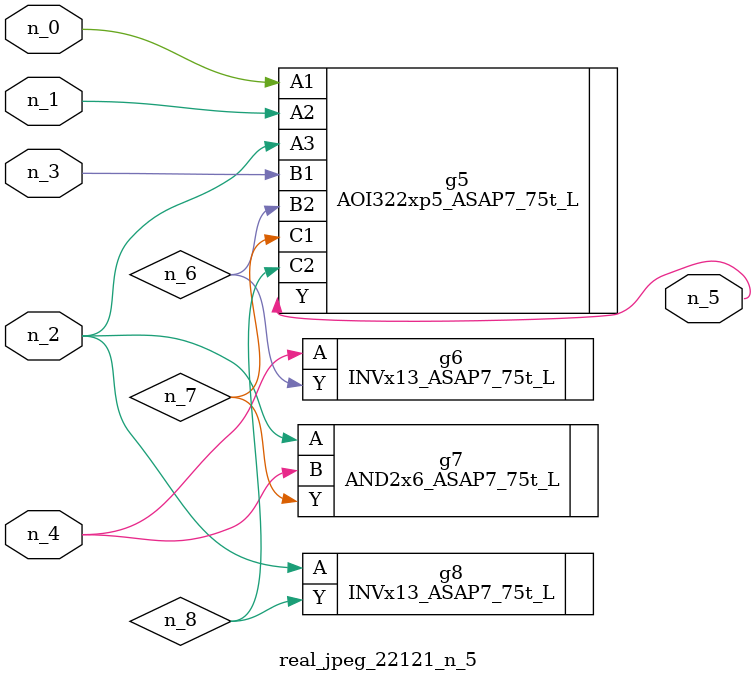
<source format=v>
module real_jpeg_22121_n_5 (n_4, n_0, n_1, n_2, n_3, n_5);

input n_4;
input n_0;
input n_1;
input n_2;
input n_3;

output n_5;

wire n_8;
wire n_6;
wire n_7;

AOI322xp5_ASAP7_75t_L g5 ( 
.A1(n_0),
.A2(n_1),
.A3(n_2),
.B1(n_3),
.B2(n_6),
.C1(n_7),
.C2(n_8),
.Y(n_5)
);

AND2x6_ASAP7_75t_L g7 ( 
.A(n_2),
.B(n_4),
.Y(n_7)
);

INVx13_ASAP7_75t_L g8 ( 
.A(n_2),
.Y(n_8)
);

INVx13_ASAP7_75t_L g6 ( 
.A(n_4),
.Y(n_6)
);


endmodule
</source>
